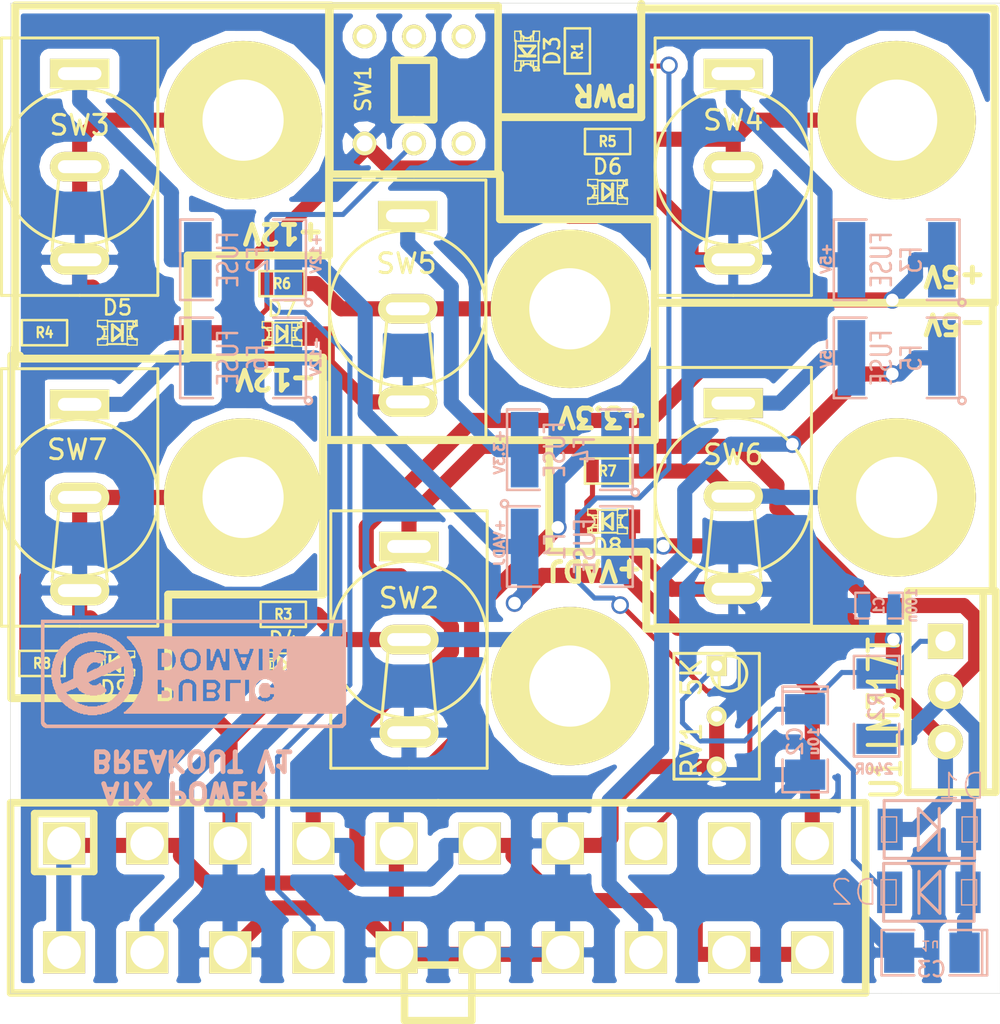
<source format=kicad_pcb>
(kicad_pcb (version 3) (host pcbnew "(2013-may-18)-stable")
  (layers (15 F.Cu signal) (0 B.Cu signal) (18 B.Paste user) (19 F.Paste user) (20 B.SilkS user) (21 F.SilkS user) (22 B.Mask user) (23 F.Mask user) (28 Edge.Cuts user))
  (net 0 "")
  (net 1 +12V)
  (net 2 +12VF)
  (net 3 +3.3V)
  (net 4 +3.3VF)
  (net 5 +5V)
  (net 6 +5VF)
  (net 7 +VADJF)
  (net 8 +VADJ_IN)
  (net 9 -12V)
  (net 10 -12VF)
  (net 11 -5V)
  (net 12 -5VF)
  (net 13 GND)
  (net 14 N-000001)
  (net 15 N-0000012)
  (net 16 N-0000013)
  (net 17 N-0000014)
  (net 18 N-0000018)
  (net 19 N-000002)
  (net 20 N-0000024)
  (net 21 N-000003)
  (net 22 N-000004)
  (net 23 N-000005)
  (net 24 N-000006)
  (net 25 N-000007)
  (net 26 N-000008)
  (net 27 N-000009)
  (net 28 PWR_GOOD)
  (net 29 PWR_ON)
  (module SW_SPDT_VERTICAL_PANEL (layer F.Cu) (at 56.515 28.2575 270)
    (fp_text reference SW4 (at -2.3495 0 360) (layer F.SilkS))
    (fp_text value SWITCH_INV hide)
    (pad 2 thru_hole oval (at 0 0 270) (size 1.5 3) (drill oval 0.65 2.2) (layers *.Cu *.Mask F.SilkS) (net 24 N-000006))
    (pad 3 thru_hole oval (at 4.7 0 270) (size 1.5 3) (drill oval 0.65 2.2) (layers *.Cu *.Mask F.SilkS) (net 13 GND))
    (pad 1 thru_hole rect (at -4.7 0 270) (size 1.5 3) (drill oval 0.65 2.2) (layers *.Cu *.Mask F.SilkS) (net 6 +5VF))
  )
  (module SW_SPDT_VERTICAL_PANEL (layer F.Cu) (at 23.495 44.958 270)
    (fp_text reference SW7 (at -2.413 0.127 360) (layer F.SilkS))
    (fp_text value SWITCH_INV hide)
    (pad 2 thru_hole oval (at 0 0 270) (size 1.5 3) (drill oval 0.65 2.2) (layers *.Cu *.Mask F.SilkS) (net 17 N-0000014))
    (pad 3 thru_hole oval (at 4.7 0 270) (size 1.5 3) (drill oval 0.65 2.2) (layers *.Cu *.Mask F.SilkS) (net 13 GND))
    (pad 1 thru_hole rect (at -4.7 0 270) (size 1.5 3) (drill oval 0.65 2.2) (layers *.Cu *.Mask F.SilkS) (net 10 -12VF))
  )
  (module SW_SPDT_VERTICAL_PANEL (layer F.Cu) (at 56.515 44.8945 270)
    (fp_text reference SW6 (at -2.0955 0 360) (layer F.SilkS))
    (fp_text value SWITCH_INV hide)
    (pad 2 thru_hole oval (at 0 0 270) (size 1.5 3) (drill oval 0.65 2.2) (layers *.Cu *.Mask F.SilkS) (net 19 N-000002))
    (pad 3 thru_hole oval (at 4.7 0 270) (size 1.5 3) (drill oval 0.65 2.2) (layers *.Cu *.Mask F.SilkS) (net 13 GND))
    (pad 1 thru_hole rect (at -4.7 0 270) (size 1.5 3) (drill oval 0.65 2.2) (layers *.Cu *.Mask F.SilkS) (net 12 -5VF))
  )
  (module SW_SPDT_VERTICAL_PANEL (layer F.Cu) (at 40.132 52.1335 270)
    (fp_text reference SW2 (at -2.0955 0 360) (layer F.SilkS))
    (fp_text value SWITCH_INV hide)
    (pad 2 thru_hole oval (at 0 0 270) (size 1.5 3) (drill oval 0.65 2.2) (layers *.Cu *.Mask F.SilkS) (net 15 N-0000012))
    (pad 3 thru_hole oval (at 4.7 0 270) (size 1.5 3) (drill oval 0.65 2.2) (layers *.Cu *.Mask F.SilkS) (net 13 GND))
    (pad 1 thru_hole rect (at -4.7 0 270) (size 1.5 3) (drill oval 0.65 2.2) (layers *.Cu *.Mask F.SilkS) (net 7 +VADJF))
  )
  (module SW_SPDT_VERTICAL_PANEL (layer F.Cu) (at 40.0685 35.433 270)
    (fp_text reference SW5 (at -2.286 0.0635 360) (layer F.SilkS))
    (fp_text value SWITCH_INV hide)
    (pad 2 thru_hole oval (at 0 0 270) (size 1.5 3) (drill oval 0.65 2.2) (layers *.Cu *.Mask F.SilkS) (net 22 N-000004))
    (pad 3 thru_hole oval (at 4.7 0 270) (size 1.5 3) (drill oval 0.65 2.2) (layers *.Cu *.Mask F.SilkS) (net 13 GND))
    (pad 1 thru_hole rect (at -4.7 0 270) (size 1.5 3) (drill oval 0.65 2.2) (layers *.Cu *.Mask F.SilkS) (net 4 +3.3VF))
  )
  (module SW_SPDT_VERTICAL_PANEL (layer F.Cu) (at 23.495 28.2575 270)
    (fp_text reference SW3 (at -2.0955 0 360) (layer F.SilkS))
    (fp_text value SWITCH_INV hide)
    (pad 2 thru_hole oval (at 0 0 270) (size 1.5 3) (drill oval 0.65 2.2) (layers *.Cu *.Mask F.SilkS) (net 26 N-000008))
    (pad 3 thru_hole oval (at 4.7 0 270) (size 1.5 3) (drill oval 0.65 2.2) (layers *.Cu *.Mask F.SilkS) (net 13 GND))
    (pad 1 thru_hole rect (at -4.7 0 270) (size 1.5 3) (drill oval 0.65 2.2) (layers *.Cu *.Mask F.SilkS) (net 2 +12VF))
  )
  (module SM1812 (layer B.Cu) (at 48.26 47.4345)
    (fp_text reference F1 (at -0.74676 0 270) (layer B.SilkS) (effects (font (size 1.016 0.762) (thickness 0.127)) (justify mirror)))
    (fp_text value FUSE (at 0.762 0 270) (layer B.SilkS) (effects (font (size 1.016 0.762) (thickness 0.127)) (justify mirror)))
    (pad 1 smd rect (at -2.286 0) (size 1.397 3.81) (layers B.Cu B.Paste B.Mask) (net 1 +12V))
    (pad 2 smd rect (at 2.286 0) (size 1.397 3.81) (layers B.Cu B.Paste B.Mask) (net 8 +VADJ_IN))
  )
  (module SM1812 (layer B.Cu) (at 31.75 37.9095 180)
    (fp_text reference F6 (at -0.74676 0 270) (layer B.SilkS) (effects (font (size 1.016 0.762) (thickness 0.127)) (justify mirror)))
    (fp_text value FUSE (at 0.762 0 450) (layer B.SilkS) (effects (font (size 1.016 0.762) (thickness 0.127)) (justify mirror)))
    (pad 1 smd rect (at -2.286 0 180) (size 1.397 3.81) (layers B.Cu B.Paste B.Mask) (net 9 -12V))
    (pad 2 smd rect (at 2.286 0 180) (size 1.397 3.81) (layers B.Cu B.Paste B.Mask) (net 10 -12VF))
  )
  (module SM1812 (layer B.Cu) (at 64.77 37.9095 180)
    (fp_text reference F5 (at -0.74676 0 270) (layer B.SilkS) (effects (font (size 1.016 0.762) (thickness 0.127)) (justify mirror)))
    (fp_text value FUSE (at 0.762 0 450) (layer B.SilkS) (effects (font (size 1.016 0.762) (thickness 0.127)) (justify mirror)))
    (pad 1 smd rect (at -2.286 0 180) (size 1.397 3.81) (layers B.Cu B.Paste B.Mask) (net 11 -5V))
    (pad 2 smd rect (at 2.286 0 180) (size 1.397 3.81) (layers B.Cu B.Paste B.Mask) (net 12 -5VF))
  )
  (module SM1812 (layer B.Cu) (at 48.26 42.545 180)
    (fp_text reference F4 (at -0.74676 0 450) (layer B.SilkS) (effects (font (size 1.016 0.762) (thickness 0.127)) (justify mirror)))
    (fp_text value FUSE (at 0.762 0 450) (layer B.SilkS) (effects (font (size 1.016 0.762) (thickness 0.127)) (justify mirror)))
    (pad 1 smd rect (at -2.286 0 180) (size 1.397 3.81) (layers B.Cu B.Paste B.Mask) (net 3 +3.3V))
    (pad 2 smd rect (at 2.286 0 180) (size 1.397 3.81) (layers B.Cu B.Paste B.Mask) (net 4 +3.3VF))
  )
  (module SM1812 (layer B.Cu) (at 64.77 32.9565 180)
    (fp_text reference F3 (at -0.74676 0 450) (layer B.SilkS) (effects (font (size 1.016 0.762) (thickness 0.127)) (justify mirror)))
    (fp_text value FUSE (at 0.762 0 450) (layer B.SilkS) (effects (font (size 1.016 0.762) (thickness 0.127)) (justify mirror)))
    (pad 1 smd rect (at -2.286 0 180) (size 1.397 3.81) (layers B.Cu B.Paste B.Mask) (net 5 +5V))
    (pad 2 smd rect (at 2.286 0 180) (size 1.397 3.81) (layers B.Cu B.Paste B.Mask) (net 6 +5VF))
  )
  (module SM1812 (layer B.Cu) (at 31.75 32.9565 180)
    (fp_text reference F2 (at -0.74676 0 450) (layer B.SilkS) (effects (font (size 1.016 0.762) (thickness 0.127)) (justify mirror)))
    (fp_text value FUSE (at 0.762 0 450) (layer B.SilkS) (effects (font (size 1.016 0.762) (thickness 0.127)) (justify mirror)))
    (pad 1 smd rect (at -2.286 0 180) (size 1.397 3.81) (layers B.Cu B.Paste B.Mask) (net 1 +12V))
    (pad 2 smd rect (at 2.286 0 180) (size 1.397 3.81) (layers B.Cu B.Paste B.Mask) (net 2 +12VF))
  )
  (module SM1206POL (layer B.Cu) (at 60.1472 57.3024 270)
    (fp_text reference C2 (at -0.0254 0.508 270) (layer B.SilkS) (effects (font (size 0.762 0.762) (thickness 0.127)) (justify mirror)))
    (fp_text value 10u hide)
    (pad 1 smd rect (at -1.651 0 270) (size 1.524 2.032) (layers B.Cu B.Paste B.Mask) (net 20 N-0000024))
    (pad 2 smd rect (at 1.651 0 270) (size 1.524 2.032) (layers B.Cu B.Paste B.Mask) (net 13 GND))
  )
  (module SM0603 (layer F.Cu) (at 33.782 50.8635 180)
    (fp_text reference R3 (at 0 0 180) (layer F.SilkS) (effects (font (size 0.508 0.4572) (thickness 0.1143))))
    (fp_text value 2K2 hide)
    (pad 1 smd rect (at -0.762 0 180) (size 0.635 1.143) (layers F.Cu F.Paste F.Mask) (net 15 N-0000012))
    (pad 2 smd rect (at 0.762 0 180) (size 0.635 1.143) (layers F.Cu F.Paste F.Mask) (net 27 N-000009))
  )
  (module SM0603 (layer F.Cu) (at 21.59 53.34)
    (fp_text reference R8 (at 0 0) (layer F.SilkS) (effects (font (size 0.508 0.4572) (thickness 0.1143))))
    (fp_text value 2K2 hide)
    (pad 1 smd rect (at -0.762 0) (size 0.635 1.143) (layers F.Cu F.Paste F.Mask) (net 17 N-0000014))
    (pad 2 smd rect (at 0.762 0) (size 0.635 1.143) (layers F.Cu F.Paste F.Mask) (net 16 N-0000013))
  )
  (module SM0603 (layer F.Cu) (at 50.165 43.6245 180)
    (fp_text reference R7 (at 0 0 180) (layer F.SilkS) (effects (font (size 0.508 0.4572) (thickness 0.1143))))
    (fp_text value 2K2 hide)
    (pad 1 smd rect (at -0.762 0 180) (size 0.635 1.143) (layers F.Cu F.Paste F.Mask) (net 19 N-000002))
    (pad 2 smd rect (at 0.762 0 180) (size 0.635 1.143) (layers F.Cu F.Paste F.Mask) (net 14 N-000001))
  )
  (module SM0603 (layer F.Cu) (at 48.641 22.4155 90)
    (fp_text reference R1 (at 0 0 90) (layer F.SilkS) (effects (font (size 0.508 0.4572) (thickness 0.1143))))
    (fp_text value 2K2 hide)
    (pad 1 smd rect (at -0.762 0 90) (size 0.635 1.143) (layers F.Cu F.Paste F.Mask) (net 28 PWR_GOOD))
    (pad 2 smd rect (at 0.762 0 90) (size 0.635 1.143) (layers F.Cu F.Paste F.Mask) (net 18 N-0000018))
  )
  (module SM0603 (layer F.Cu) (at 33.7185 34.163 180)
    (fp_text reference R6 (at 0 0 180) (layer F.SilkS) (effects (font (size 0.508 0.4572) (thickness 0.1143))))
    (fp_text value 2K2 hide)
    (pad 1 smd rect (at -0.762 0 180) (size 0.635 1.143) (layers F.Cu F.Paste F.Mask) (net 22 N-000004))
    (pad 2 smd rect (at 0.762 0 180) (size 0.635 1.143) (layers F.Cu F.Paste F.Mask) (net 21 N-000003))
  )
  (module SM0603 (layer F.Cu) (at 50.165 26.9875 180)
    (fp_text reference R5 (at 0 0 180) (layer F.SilkS) (effects (font (size 0.508 0.4572) (thickness 0.1143))))
    (fp_text value 2K2 hide)
    (pad 1 smd rect (at -0.762 0 180) (size 0.635 1.143) (layers F.Cu F.Paste F.Mask) (net 24 N-000006))
    (pad 2 smd rect (at 0.762 0 180) (size 0.635 1.143) (layers F.Cu F.Paste F.Mask) (net 23 N-000005))
  )
  (module SM0603 (layer F.Cu) (at 21.717 36.6395)
    (fp_text reference R4 (at 0 0) (layer F.SilkS) (effects (font (size 0.508 0.4572) (thickness 0.1143))))
    (fp_text value 2K2 hide)
    (pad 1 smd rect (at -0.762 0) (size 0.635 1.143) (layers F.Cu F.Paste F.Mask) (net 26 N-000008))
    (pad 2 smd rect (at 0.762 0) (size 0.635 1.143) (layers F.Cu F.Paste F.Mask) (net 25 N-000007))
  )
  (module BOURNS_3266Y (layer F.Cu) (at 55.6768 56.007 270)
    (fp_text reference RV1 (at 1.7145 1.27 270) (layer F.SilkS))
    (fp_text value 5K (at -1.9685 1.27 270) (layer F.SilkS))
    (pad 2 thru_hole circle (at 0 0 270) (size 1.016 1.016) (drill 0.5588) (layers *.Cu *.Mask F.SilkS) (net 13 GND))
    (pad 3 thru_hole circle (at 2.54 0 270) (size 1.016 1.016) (drill 0.5588) (layers *.Cu *.Mask F.SilkS) (net 13 GND))
    (pad 1 thru_hole rect (at -2.54 0 270) (size 1.016 1.016) (drill 0.5588) (layers *.Cu *.Mask F.SilkS) (net 20 N-0000024))
  )
  (module SM1206POL (layer B.Cu) (at 66.548 67.945 180)
    (fp_text reference C3 (at 0.0254 -0.8382 180) (layer B.SilkS) (effects (font (size 0.762 0.762) (thickness 0.127)) (justify mirror)))
    (fp_text value 1u hide)
    (pad 1 smd rect (at -1.651 0 180) (size 1.524 2.032) (layers B.Cu B.Paste B.Mask) (net 7 +VADJF))
    (pad 2 smd rect (at 1.651 0 180) (size 1.524 2.032) (layers B.Cu B.Paste B.Mask) (net 13 GND))
  )
  (module SM0603_Capa (layer B.Cu) (at 63.881 50.419 180)
    (fp_text reference C1 (at 0 0 450) (layer B.SilkS) (effects (font (size 0.508 0.4572) (thickness 0.1143)) (justify mirror)))
    (fp_text value 100n (at -1.651 0 450) (layer B.SilkS) (effects (font (size 0.508 0.4572) (thickness 0.1143)) (justify mirror)))
    (pad 1 smd rect (at -0.762 0 180) (size 0.635 1.143) (layers B.Cu B.Paste B.Mask) (net 8 +VADJ_IN))
    (pad 2 smd rect (at 0.762 0 180) (size 0.635 1.143) (layers B.Cu B.Paste B.Mask) (net 13 GND))
  )
  (module SW_PUSH_LATCH_TL-2201 (layer F.Cu) (at 40.386 24.384 180)
    (fp_text reference SW1 (at 2.5654 0.0508 270) (layer F.SilkS) (effects (font (size 0.762 0.762) (thickness 0.127))))
    (fp_text value SWITCH_INV hide)
    (pad 1 thru_hole circle (at -2.49936 -2.70002 180) (size 1.19888 1.19888) (drill 0.8001) (layers *.Cu *.Mask F.SilkS))
    (pad 2 thru_hole circle (at 0 -2.70002 180) (size 1.19888 1.19888) (drill 0.8001) (layers *.Cu *.Mask F.SilkS) (net 29 PWR_ON))
    (pad 3 thru_hole circle (at 2.49936 -2.70002 180) (size 1.19888 1.19888) (drill 0.8001) (layers *.Cu *.Mask F.SilkS) (net 13 GND))
    (pad 6 thru_hole circle (at 2.49936 2.70002 180) (size 1.19888 1.19888) (drill 0.8001) (layers *.Cu *.Mask F.SilkS))
    (pad 5 thru_hole circle (at 0 2.70002 180) (size 1.19888 1.19888) (drill 0.8001) (layers *.Cu *.Mask F.SilkS))
    (pad 4 thru_hole circle (at -2.49936 2.70002 180) (size 1.19888 1.19888) (drill 0.8001) (layers *.Cu *.Mask F.SilkS))
  )
  (module LED-0805 (layer F.Cu) (at 50.165 46.1645 180)
    (fp_text reference D8 (at 0 -1.27 180) (layer F.SilkS) (effects (font (size 0.762 0.762) (thickness 0.127))))
    (fp_text value LED hide)
    (pad 1 smd rect (at -1.04902 0 180) (size 1.19888 1.19888) (layers F.Cu F.Paste F.Mask) (net 13 GND))
    (pad 2 smd rect (at 1.04902 0 180) (size 1.19888 1.19888) (layers F.Cu F.Paste F.Mask) (net 14 N-000001))
  )
  (module LED-0805 (layer F.Cu) (at 46.101 22.4155 270)
    (fp_text reference D3 (at 0 -1.27 270) (layer F.SilkS) (effects (font (size 0.762 0.762) (thickness 0.127))))
    (fp_text value LED hide)
    (pad 1 smd rect (at -1.04902 0 270) (size 1.19888 1.19888) (layers F.Cu F.Paste F.Mask) (net 18 N-0000018))
    (pad 2 smd rect (at 1.04902 0 270) (size 1.19888 1.19888) (layers F.Cu F.Paste F.Mask) (net 13 GND))
  )
  (module LED-0805 (layer F.Cu) (at 25.273 53.34 180)
    (fp_text reference D9 (at 0 -1.27 180) (layer F.SilkS) (effects (font (size 0.762 0.762) (thickness 0.127))))
    (fp_text value LED hide)
    (pad 1 smd rect (at -1.04902 0 180) (size 1.19888 1.19888) (layers F.Cu F.Paste F.Mask) (net 13 GND))
    (pad 2 smd rect (at 1.04902 0 180) (size 1.19888 1.19888) (layers F.Cu F.Paste F.Mask) (net 16 N-0000013))
  )
  (module LED-0805 (layer F.Cu) (at 33.7185 36.703)
    (fp_text reference D7 (at 0 -1.27) (layer F.SilkS) (effects (font (size 0.762 0.762) (thickness 0.127))))
    (fp_text value LED hide)
    (pad 1 smd rect (at -1.04902 0) (size 1.19888 1.19888) (layers F.Cu F.Paste F.Mask) (net 21 N-000003))
    (pad 2 smd rect (at 1.04902 0) (size 1.19888 1.19888) (layers F.Cu F.Paste F.Mask) (net 13 GND))
  )
  (module LED-0805 (layer F.Cu) (at 50.165 29.5275)
    (fp_text reference D6 (at 0 -1.27) (layer F.SilkS) (effects (font (size 0.762 0.762) (thickness 0.127))))
    (fp_text value LED hide)
    (pad 1 smd rect (at -1.04902 0) (size 1.19888 1.19888) (layers F.Cu F.Paste F.Mask) (net 23 N-000005))
    (pad 2 smd rect (at 1.04902 0) (size 1.19888 1.19888) (layers F.Cu F.Paste F.Mask) (net 13 GND))
  )
  (module LED-0805 (layer F.Cu) (at 25.4 36.6395)
    (fp_text reference D5 (at 0 -1.27) (layer F.SilkS) (effects (font (size 0.762 0.762) (thickness 0.127))))
    (fp_text value LED hide)
    (pad 1 smd rect (at -1.04902 0) (size 1.19888 1.19888) (layers F.Cu F.Paste F.Mask) (net 25 N-000007))
    (pad 2 smd rect (at 1.04902 0) (size 1.19888 1.19888) (layers F.Cu F.Paste F.Mask) (net 13 GND))
  )
  (module LED-0805 (layer F.Cu) (at 33.782 53.4035)
    (fp_text reference D4 (at 0 -1.27) (layer F.SilkS) (effects (font (size 0.762 0.762) (thickness 0.127))))
    (fp_text value LED hide)
    (pad 1 smd rect (at -1.04902 0) (size 1.19888 1.19888) (layers F.Cu F.Paste F.Mask) (net 27 N-000009))
    (pad 2 smd rect (at 1.04902 0) (size 1.19888 1.19888) (layers F.Cu F.Paste F.Mask) (net 13 GND))
  )
  (module PAD_ROUND_4.1MM (layer F.Cu) (at 31.75 44.958)
    (fp_text reference P7 hide)
    (fp_text value CONN_1 hide)
    (pad 1 thru_hole circle (at 0 0) (size 7.99846 7.99846) (drill 4.09956) (layers *.Cu *.Mask F.Paste F.SilkS) (net 17 N-0000014))
  )
  (module PAD_ROUND_4.1MM (layer F.Cu) (at 31.75 25.908)
    (fp_text reference P3 hide)
    (fp_text value CONN_1 hide)
    (pad 1 thru_hole circle (at 0 0) (size 7.99846 7.99846) (drill 4.09956) (layers *.Cu *.Mask F.Paste F.SilkS) (net 26 N-000008))
  )
  (module PAD_ROUND_4.1MM (layer F.Cu) (at 64.77 25.908)
    (fp_text reference P4 hide)
    (fp_text value CONN_1 hide)
    (pad 1 thru_hole circle (at 0 0) (size 7.99846 7.99846) (drill 4.09956) (layers *.Cu *.Mask F.Paste F.SilkS) (net 24 N-000006))
  )
  (module PAD_ROUND_4.1MM (layer F.Cu) (at 48.26 35.433)
    (fp_text reference P5 hide)
    (fp_text value CONN_1 hide)
    (pad 1 thru_hole circle (at 0 0) (size 7.99846 7.99846) (drill 4.09956) (layers *.Cu *.Mask F.Paste F.SilkS) (net 22 N-000004))
  )
  (module PAD_ROUND_4.1MM (layer F.Cu) (at 48.26 54.483)
    (fp_text reference P2 hide)
    (fp_text value CONN_1 hide)
    (pad 1 thru_hole circle (at 0 0) (size 7.99846 7.99846) (drill 4.09956) (layers *.Cu *.Mask F.Paste F.SilkS) (net 15 N-0000012))
  )
  (module PAD_ROUND_4.1MM (layer F.Cu) (at 64.77 44.958)
    (fp_text reference P6 hide)
    (fp_text value CONN_1 hide)
    (pad 1 thru_hole circle (at 0 0) (size 7.99846 7.99846) (drill 4.09956) (layers *.Cu *.Mask F.Paste F.SilkS) (net 19 N-000002))
  )
  (module dp_devices-DO-214AC (layer B.Cu) (at 66.421 61.722 180)
    (fp_text reference D1 (at -1.6256 2.1844 180) (layer B.SilkS) (effects (font (size 1.27 1.27) (thickness 0.0889)) (justify mirror)))
    (fp_text value 1N4002 hide)
    (pad 1 smd rect (at -1.97866 0 180) (size 1.27 2.09804) (layers B.Cu B.Paste B.Mask) (net 7 +VADJF))
    (pad 2 smd rect (at 1.97866 0 180) (size 1.27 2.09804) (layers B.Cu B.Paste B.Mask) (net 8 +VADJ_IN))
  )
  (module dp_devices-DO-214AC (layer B.Cu) (at 66.3956 64.897)
    (fp_text reference D2 (at -3.7846 0) (layer B.SilkS) (effects (font (size 1.27 1.27) (thickness 0.0889)) (justify mirror)))
    (fp_text value 1N4002 hide)
    (pad 1 smd rect (at -1.97866 0) (size 1.27 2.09804) (layers B.Cu B.Paste B.Mask) (net 20 N-0000024))
    (pad 2 smd rect (at 1.97866 0) (size 1.27 2.09804) (layers B.Cu B.Paste B.Mask) (net 7 +VADJF))
  )
  (module TO220_123_VERT (layer F.Cu) (at 67.2338 54.7624)
    (fp_text reference U1 (at -2.9718 4.4196 90) (layer F.SilkS) (effects (font (size 1.524 1.016) (thickness 0.2032))))
    (fp_text value LM317T (at -3.0988 0.1016 90) (layer F.SilkS) (effects (font (size 1.524 1.016) (thickness 0.2032))))
    (pad 1 thru_hole rect (at 0 -2.54) (size 1.778 1.778) (drill 1.016) (layers *.Cu *.Mask F.SilkS) (net 20 N-0000024))
    (pad 2 thru_hole circle (at 0 0) (size 1.778 1.778) (drill 1.016) (layers *.Cu *.Mask F.SilkS) (net 7 +VADJF))
    (pad 3 thru_hole circle (at 0 2.54) (size 1.778 1.778) (drill 1.016) (layers *.Cu *.Mask F.SilkS) (net 8 +VADJ_IN))
  )
  (module SM1206 (layer B.Cu) (at 63.754 55.499 90)
    (fp_text reference R2 (at 0 0 90) (layer B.SilkS) (effects (font (size 0.762 0.762) (thickness 0.127)) (justify mirror)))
    (fp_text value 240 hide)
    (pad 1 smd rect (at -1.651 0 90) (size 1.524 2.032) (layers B.Cu B.Paste B.Mask) (net 7 +VADJF))
    (pad 2 smd rect (at 1.651 0 90) (size 1.524 2.032) (layers B.Cu B.Paste B.Mask) (net 20 N-0000024))
  )
  (module CONN_ATX_10X2 (layer F.Cu) (at 41.6052 65.1764)
    (fp_text reference P1 hide)
    (fp_text value CONN_10X2 hide)
    (pad 1 thru_hole rect (at -18.90014 -2.75082 180) (size 2.12598 2.12598) (drill 1.69926) (layers *.Cu *.Mask F.SilkS) (net 3 +3.3V))
    (pad 2 thru_hole rect (at -18.90014 2.75082 180) (size 2.12598 2.12598) (drill 1.69926) (layers *.Cu *.Mask F.SilkS) (net 3 +3.3V))
    (pad 3 thru_hole rect (at -14.69898 -2.75082 180) (size 2.12598 2.12598) (drill 1.69926) (layers *.Cu *.Mask F.SilkS) (net 3 +3.3V))
    (pad 4 thru_hole rect (at -14.69898 2.75082 180) (size 2.12598 2.12598) (drill 1.69926) (layers *.Cu *.Mask F.SilkS) (net 9 -12V))
    (pad 5 thru_hole rect (at -10.50036 -2.75082 180) (size 2.12598 2.12598) (drill 1.69926) (layers *.Cu *.Mask F.SilkS) (net 13 GND))
    (pad 6 thru_hole rect (at -10.50036 2.75082 180) (size 2.12598 2.12598) (drill 1.69926) (layers *.Cu *.Mask F.SilkS) (net 13 GND))
    (pad 7 thru_hole rect (at -6.2992 -2.75082 180) (size 2.12598 2.12598) (drill 1.69926) (layers *.Cu *.Mask F.SilkS) (net 5 +5V))
    (pad 8 thru_hole rect (at -6.2992 2.75082 180) (size 2.12598 2.12598) (drill 1.69926) (layers *.Cu *.Mask F.SilkS) (net 29 PWR_ON))
    (pad 9 thru_hole rect (at -2.10058 -2.75082 180) (size 2.12598 2.12598) (drill 1.69926) (layers *.Cu *.Mask F.SilkS) (net 13 GND))
    (pad 10 thru_hole rect (at -2.10058 2.75082 180) (size 2.12598 2.12598) (drill 1.69926) (layers *.Cu *.Mask F.SilkS) (net 13 GND))
    (pad 11 thru_hole rect (at 2.10058 -2.75082 180) (size 2.12598 2.12598) (drill 1.69926) (layers *.Cu *.Mask F.SilkS) (net 5 +5V))
    (pad 12 thru_hole rect (at 2.10058 2.75082 180) (size 2.12598 2.12598) (drill 1.69926) (layers *.Cu *.Mask F.SilkS) (net 13 GND))
    (pad 13 thru_hole rect (at 6.2992 -2.75082 180) (size 2.12598 2.12598) (drill 1.69926) (layers *.Cu *.Mask F.SilkS) (net 13 GND))
    (pad 14 thru_hole rect (at 6.2992 2.75082 180) (size 2.12598 2.12598) (drill 1.69926) (layers *.Cu *.Mask F.SilkS) (net 13 GND))
    (pad 15 thru_hole rect (at 10.50036 -2.75082 180) (size 2.12598 2.12598) (drill 1.69926) (layers *.Cu *.Mask F.SilkS) (net 28 PWR_GOOD))
    (pad 16 thru_hole rect (at 10.50036 2.75082 180) (size 2.12598 2.12598) (drill 1.69926) (layers *.Cu *.Mask F.SilkS) (net 11 -5V))
    (pad 17 thru_hole rect (at 14.69898 -2.75082 180) (size 2.12598 2.12598) (drill 1.69926) (layers *.Cu *.Mask F.SilkS))
    (pad 18 thru_hole rect (at 14.69898 2.75082 180) (size 2.12598 2.12598) (drill 1.69926) (layers *.Cu *.Mask F.SilkS) (net 5 +5V))
    (pad 19 thru_hole rect (at 18.90014 -2.75082 180) (size 2.12598 2.12598) (drill 1.69926) (layers *.Cu *.Mask F.SilkS) (net 1 +12V))
    (pad 20 thru_hole rect (at 18.90014 2.75082 180) (size 2.12598 2.12598) (drill 1.69926) (layers *.Cu *.Mask F.SilkS) (net 5 +5V))
  )
  (module dp_devices-LOGO_CC-0 (layer B.Cu) (at 21.59 51.181)
    (fp_text reference "" (at 0 0) (layer B.SilkS) (effects (font (size 1.524 1.524)) (justify mirror)))
    (fp_text value "" (at 0 0) (layer B.SilkS) (effects (font (size 1.524 1.524)) (justify mirror)))
  )
  (gr_text "ATX POWER \nBREAKOUT V1\n" (at 29.21 59.055 180) (layer B.SilkS) (effects (font (size 1 1) (thickness 0.25)) (justify mirror)))
  (gr_text 240R (at 63.627 58.674) (layer B.SilkS) (effects (font (size 0.5 0.5) (thickness 0.125)) (justify mirror)))
  (gr_text 10u (at 60.579 57.277 90) (layer B.SilkS) (effects (font (size 0.5 0.5) (thickness 0.125)) (justify mirror)))
  (gr_text 1u (at 66.4718 67.5894 180) (layer B.SilkS) (effects (font (size 0.5 0.5) (thickness 0.075)) (justify mirror)))
  (gr_line (start 69.6214 49.6824) (end 69.6214 35.179) (angle 90) (layer F.SilkS) (width 0.4))
  (gr_line (start 52.1208 51.5874) (end 65.278 51.5874) (angle 90) (layer F.SilkS) (width 0.4))
  (gr_line (start 52.1208 47.7012) (end 52.1208 51.5874) (angle 90) (layer F.SilkS) (width 0.4))
  (gr_line (start 47.2186 47.7012) (end 52.1208 47.7012) (angle 90) (layer F.SilkS) (width 0.4))
  (gr_line (start 47.2186 42.037) (end 47.2186 47.7012) (angle 90) (layer F.SilkS) (width 0.4))
  (gr_line (start 69.723 35.1282) (end 52.5526 35.1282) (angle 90) (layer F.SilkS) (width 0.4))
  (gr_line (start 69.723 20.2692) (end 69.723 35.1282) (angle 90) (layer F.SilkS) (width 0.4))
  (gr_line (start 51.816 20.2692) (end 69.723 20.2692) (angle 90) (layer F.SilkS) (width 0.4))
  (gr_line (start 51.8668 25.7556) (end 51.8668 20.0406) (angle 90) (layer F.SilkS) (width 0.4))
  (gr_line (start 44.704 25.7556) (end 51.8668 25.7556) (angle 90) (layer F.SilkS) (width 0.4))
  (gr_line (start 44.7294 30.9118) (end 44.7294 28.6258) (angle 90) (layer F.SilkS) (width 0.4))
  (gr_line (start 52.5526 30.9118) (end 44.7294 30.9118) (angle 90) (layer F.SilkS) (width 0.4))
  (gr_line (start 52.5526 42.0624) (end 52.5526 30.9118) (angle 90) (layer F.SilkS) (width 0.4))
  (gr_line (start 35.8902 42.0624) (end 52.5526 42.0624) (angle 90) (layer F.SilkS) (width 0.4))
  (gr_line (start 20.0406 37.7952) (end 20.4724 37.7952) (angle 90) (layer F.SilkS) (width 0.4))
  (gr_line (start 20.0406 55.0926) (end 20.0406 37.7952) (angle 90) (layer F.SilkS) (width 0.4))
  (gr_line (start 27.9654 55.0926) (end 20.0406 55.0926) (angle 90) (layer F.SilkS) (width 0.4))
  (gr_line (start 27.9654 49.8602) (end 27.9654 55.0926) (angle 90) (layer F.SilkS) (width 0.4))
  (gr_line (start 35.7886 49.8602) (end 27.9654 49.8602) (angle 90) (layer F.SilkS) (width 0.4))
  (gr_line (start 35.7886 37.8968) (end 35.7886 49.8602) (angle 90) (layer F.SilkS) (width 0.4))
  (gr_line (start 28.829 37.8968) (end 35.7886 37.8968) (angle 90) (layer F.SilkS) (width 0.4))
  (gr_line (start 20.193 37.9476) (end 20.193 37.4396) (angle 90) (layer F.SilkS) (width 0.4))
  (gr_line (start 28.956 37.9476) (end 20.193 37.9476) (angle 90) (layer F.SilkS) (width 0.4))
  (gr_line (start 28.956 32.7406) (end 28.956 37.9476) (angle 90) (layer F.SilkS) (width 0.4))
  (gr_line (start 36.0934 32.7406) (end 28.956 32.7406) (angle 90) (layer F.SilkS) (width 0.4))
  (gr_line (start 36.0934 20.1676) (end 36.0934 32.7406) (angle 90) (layer F.SilkS) (width 0.4))
  (gr_line (start 20.2438 20.1168) (end 36.195 20.1168) (angle 90) (layer F.SilkS) (width 0.4))
  (gr_line (start 20.2438 38.2524) (end 20.2438 20.1168) (angle 90) (layer F.SilkS) (width 0.4))
  (gr_line (start 36.0426 23.749) (end 36.0426 22.7076) (angle 90) (layer F.SilkS) (width 0.2))
  (gr_text +VADJ (at 44.704 47.244 90) (layer B.SilkS) (effects (font (size 0.5 0.5) (thickness 0.125)) (justify mirror)))
  (gr_text "+3.3V\n" (at 44.704 42.672 90) (layer B.SilkS) (effects (font (size 0.5 0.5) (thickness 0.125)) (justify mirror)))
  (gr_text "-5V	" (at 61.214 37.846 90) (layer B.SilkS) (effects (font (size 0.5 0.5) (thickness 0.125)) (justify mirror)))
  (gr_text +5V (at 61.214 32.893 90) (layer B.SilkS) (effects (font (size 0.5 0.5) (thickness 0.125)) (justify mirror)))
  (gr_text -12V (at 35.433 37.846 90) (layer B.SilkS) (effects (font (size 0.5 0.5) (thickness 0.125)) (justify mirror)))
  (gr_text +12V (at 35.433 32.639 90) (layer B.SilkS) (effects (font (size 0.5 0.5) (thickness 0.125)) (justify mirror)))
  (gr_text -12V (at 33.401 38.989 180) (layer F.SilkS) (effects (font (size 1 1) (thickness 0.25))))
  (gr_text +12V (at 33.782 31.623 180) (layer F.SilkS) (effects (font (size 1 1) (thickness 0.25))))
  (gr_text -5V (at 67.691 36.195 180) (layer F.SilkS) (effects (font (size 1 1) (thickness 0.25))))
  (gr_text "+5V\n" (at 67.691 33.782 180) (layer F.SilkS) (effects (font (size 1 1) (thickness 0.25))))
  (gr_text "+VADJ\n" (at 49.53 48.641 180) (layer F.SilkS) (effects (font (size 1 1) (thickness 0.25))))
  (gr_text "+3.3V\n" (at 49.911 40.894 180) (layer F.SilkS) (effects (font (size 1 1) (thickness 0.25))))
  (gr_text "PWR\n" (at 50.038 24.638 180) (layer F.SilkS) (effects (font (size 1 1) (thickness 0.25))))
  (gr_line (start 70 20) (end 20 20) (angle 90) (layer Edge.Cuts) (width 0.0254))
  (gr_line (start 70 70) (end 70 20) (angle 90) (layer Edge.Cuts) (width 0.0254))
  (gr_line (start 65 70) (end 70 70) (angle 90) (layer Edge.Cuts) (width 0.0254))
  (gr_line (start 20 70) (end 65 70) (angle 90) (layer Edge.Cuts) (width 0.0254))
  (gr_line (start 20 20) (end 20 70) (angle 90) (layer Edge.Cuts) (width 0.0254))
  (segment (start 60.50534 62.42558) (end 60.50534 54.66334) (width 0.762) (layer F.Cu) (net 1))
  (segment (start 45.974 49.784) (end 45.974 47.4345) (width 0.762) (layer B.Cu) (net 1))
  (segment (start 45.466 50.292) (end 45.974 49.784) (width 0.762) (layer B.Cu) (net 1))
  (via (at 45.466 50.292) (size 0.889) (layers F.Cu B.Cu) (net 1))
  (segment (start 46.863 48.895) (end 45.466 50.292) (width 0.762) (layer F.Cu) (net 1))
  (segment (start 51.054 48.895) (end 46.863 48.895) (width 0.762) (layer F.Cu) (net 1))
  (segment (start 53.721 51.562) (end 51.054 48.895) (width 0.762) (layer F.Cu) (net 1))
  (segment (start 57.404 51.562) (end 53.721 51.562) (width 0.762) (layer F.Cu) (net 1))
  (segment (start 60.50534 54.66334) (end 57.404 51.562) (width 0.762) (layer F.Cu) (net 1))
  (segment (start 37.9213 40.7156) (end 44.6402 47.4345) (width 0.762) (layer B.Cu) (net 1))
  (segment (start 37.9213 35.508) (end 37.9213 40.7156) (width 0.762) (layer B.Cu) (net 1))
  (segment (start 35.3698 32.9565) (end 37.9213 35.508) (width 0.762) (layer B.Cu) (net 1))
  (segment (start 34.036 32.9565) (end 35.3698 32.9565) (width 0.762) (layer B.Cu) (net 1))
  (segment (start 45.974 47.4345) (end 44.6402 47.4345) (width 0.762) (layer B.Cu) (net 1))
  (segment (start 28.1302 29.578) (end 23.495 24.9428) (width 0.762) (layer B.Cu) (net 2))
  (segment (start 28.1302 32.9565) (end 28.1302 29.578) (width 0.762) (layer B.Cu) (net 2))
  (segment (start 29.464 32.9565) (end 28.1302 32.9565) (width 0.762) (layer B.Cu) (net 2))
  (segment (start 23.495 23.5575) (end 23.495 24.9428) (width 0.762) (layer B.Cu) (net 2))
  (segment (start 22.6924 62.5272) (end 22.6924 68.0288) (width 0.762) (layer B.Cu) (net 3))
  (via (at 47.6505 46.4648) (size 0.889) (layers F.Cu B.Cu) (net 3))
  (segment (start 47.6505 44.1067) (end 49.2122 42.545) (width 0.762) (layer B.Cu) (net 3))
  (segment (start 47.6505 46.4648) (end 47.6505 44.1067) (width 0.762) (layer B.Cu) (net 3))
  (segment (start 50.546 42.545) (end 49.2122 42.545) (width 0.762) (layer B.Cu) (net 3))
  (segment (start 26.8935 62.5272) (end 22.6924 62.5272) (width 0.762) (layer F.Cu) (net 3))
  (segment (start 43.2955 50.8198) (end 47.6505 46.4648) (width 0.762) (layer F.Cu) (net 3))
  (segment (start 43.2955 56.4306) (end 43.2955 50.8198) (width 0.762) (layer F.Cu) (net 3))
  (segment (start 41.0794 58.6467) (end 43.2955 56.4306) (width 0.762) (layer F.Cu) (net 3))
  (segment (start 39.7818 58.6467) (end 41.0794 58.6467) (width 0.762) (layer F.Cu) (net 3))
  (segment (start 37.4997 60.9288) (end 39.7818 58.6467) (width 0.762) (layer F.Cu) (net 3))
  (segment (start 37.4997 63.9154) (end 37.4997 60.9288) (width 0.762) (layer F.Cu) (net 3))
  (segment (start 36.9863 64.4288) (end 37.4997 63.9154) (width 0.762) (layer F.Cu) (net 3))
  (segment (start 29.9627 64.4288) (end 36.9863 64.4288) (width 0.762) (layer F.Cu) (net 3))
  (segment (start 28.5918 63.0579) (end 29.9627 64.4288) (width 0.762) (layer F.Cu) (net 3))
  (segment (start 28.5918 62.5272) (end 28.5918 63.0579) (width 0.762) (layer F.Cu) (net 3))
  (segment (start 26.8935 62.5272) (end 28.5918 62.5272) (width 0.762) (layer F.Cu) (net 3))
  (segment (start 45.974 42.545) (end 44.6402 42.545) (width 0.762) (layer B.Cu) (net 4))
  (segment (start 40.0685 30.733) (end 40.0685 32.1183) (width 0.762) (layer B.Cu) (net 4))
  (segment (start 42.268 34.3178) (end 40.0685 32.1183) (width 0.762) (layer B.Cu) (net 4))
  (segment (start 42.268 40.1728) (end 42.268 34.3178) (width 0.762) (layer B.Cu) (net 4))
  (segment (start 44.6402 42.545) (end 42.268 40.1728) (width 0.762) (layer B.Cu) (net 4))
  (segment (start 43.6931 62.5272) (end 45.3914 62.5272) (width 0.762) (layer F.Cu) (net 5))
  (segment (start 56.2915 68.0288) (end 54.5932 68.0288) (width 0.762) (layer F.Cu) (net 5))
  (segment (start 54.5932 66.482) (end 54.5932 68.0288) (width 0.762) (layer F.Cu) (net 5))
  (segment (start 53.4254 65.3142) (end 54.5932 66.482) (width 0.762) (layer F.Cu) (net 5))
  (segment (start 47.6476 65.3142) (end 53.4254 65.3142) (width 0.762) (layer F.Cu) (net 5))
  (segment (start 45.3914 63.058) (end 47.6476 65.3142) (width 0.762) (layer F.Cu) (net 5))
  (segment (start 45.3914 62.5272) (end 45.3914 63.058) (width 0.762) (layer F.Cu) (net 5))
  (segment (start 36.9916 63.4644) (end 36.9916 62.5272) (width 0.762) (layer B.Cu) (net 5))
  (segment (start 37.7527 64.2255) (end 36.9916 63.4644) (width 0.762) (layer B.Cu) (net 5))
  (segment (start 41.1828 64.2255) (end 37.7527 64.2255) (width 0.762) (layer B.Cu) (net 5))
  (segment (start 41.9948 63.4135) (end 41.1828 64.2255) (width 0.762) (layer B.Cu) (net 5))
  (segment (start 41.9948 62.5272) (end 41.9948 63.4135) (width 0.762) (layer B.Cu) (net 5))
  (segment (start 43.6931 62.5272) (end 41.9948 62.5272) (width 0.762) (layer B.Cu) (net 5))
  (segment (start 35.2933 62.5272) (end 36.9916 62.5272) (width 0.762) (layer B.Cu) (net 5))
  (segment (start 60.4926 68.0288) (end 56.2915 68.0288) (width 0.762) (layer F.Cu) (net 5))
  (via (at 64.55 34.9851) (size 0.889) (layers F.Cu B.Cu) (net 5))
  (segment (start 65.7222 33.8129) (end 64.55 34.9851) (width 0.762) (layer B.Cu) (net 5))
  (segment (start 65.7222 32.9565) (end 65.7222 33.8129) (width 0.762) (layer B.Cu) (net 5))
  (segment (start 67.056 32.9565) (end 65.7222 32.9565) (width 0.762) (layer B.Cu) (net 5))
  (segment (start 35.2933 58.9363) (end 35.2933 62.5272) (width 0.762) (layer F.Cu) (net 5))
  (segment (start 39.5913 54.6383) (end 35.2933 58.9363) (width 0.762) (layer F.Cu) (net 5))
  (segment (start 40.3726 54.6383) (end 39.5913 54.6383) (width 0.762) (layer F.Cu) (net 5))
  (segment (start 42.2791 52.7318) (end 40.3726 54.6383) (width 0.762) (layer F.Cu) (net 5))
  (segment (start 42.2791 51.4946) (end 42.2791 52.7318) (width 0.762) (layer F.Cu) (net 5))
  (segment (start 39.7004 48.9159) (end 42.2791 51.4946) (width 0.762) (layer F.Cu) (net 5))
  (segment (start 38.466 48.9159) (end 39.7004 48.9159) (width 0.762) (layer F.Cu) (net 5))
  (segment (start 37.9743 48.4242) (end 38.466 48.9159) (width 0.762) (layer F.Cu) (net 5))
  (segment (start 37.9743 46.4372) (end 37.9743 48.4242) (width 0.762) (layer F.Cu) (net 5))
  (segment (start 43.3399 41.0716) (end 37.9743 46.4372) (width 0.762) (layer F.Cu) (net 5))
  (segment (start 52.3139 41.0716) (end 43.3399 41.0716) (width 0.762) (layer F.Cu) (net 5))
  (segment (start 58.4004 34.9851) (end 52.3139 41.0716) (width 0.762) (layer F.Cu) (net 5))
  (segment (start 64.55 34.9851) (end 58.4004 34.9851) (width 0.762) (layer F.Cu) (net 5))
  (segment (start 61.1502 29.578) (end 56.515 24.9428) (width 0.762) (layer B.Cu) (net 6))
  (segment (start 61.1502 32.9565) (end 61.1502 29.578) (width 0.762) (layer B.Cu) (net 6))
  (segment (start 62.484 32.9565) (end 61.1502 32.9565) (width 0.762) (layer B.Cu) (net 6))
  (segment (start 56.515 23.5575) (end 56.515 24.9428) (width 0.762) (layer B.Cu) (net 6))
  (segment (start 68.3743 66.1184) (end 68.199 66.2937) (width 0.762) (layer B.Cu) (net 7))
  (segment (start 68.3743 64.897) (end 68.3743 66.1184) (width 0.762) (layer B.Cu) (net 7))
  (segment (start 68.199 67.945) (end 68.199 66.2937) (width 0.762) (layer B.Cu) (net 7))
  (segment (start 68.3997 63.1873) (end 68.3743 63.2127) (width 0.762) (layer B.Cu) (net 7))
  (segment (start 68.3997 61.722) (end 68.3997 63.1873) (width 0.762) (layer B.Cu) (net 7))
  (segment (start 68.3743 64.897) (end 68.3743 63.2127) (width 0.762) (layer B.Cu) (net 7))
  (segment (start 43.8012 42.379) (end 40.132 46.0482) (width 0.762) (layer F.Cu) (net 7))
  (segment (start 56.7804 42.379) (end 43.8012 42.379) (width 0.762) (layer F.Cu) (net 7))
  (segment (start 58.7203 44.3189) (end 56.7804 42.379) (width 0.762) (layer F.Cu) (net 7))
  (segment (start 58.7203 45.4756) (end 58.7203 44.3189) (width 0.762) (layer F.Cu) (net 7))
  (segment (start 63.6595 50.4148) (end 58.7203 45.4756) (width 0.762) (layer F.Cu) (net 7))
  (segment (start 68.1517 50.4148) (end 63.6595 50.4148) (width 0.762) (layer F.Cu) (net 7))
  (segment (start 68.7582 51.0213) (end 68.1517 50.4148) (width 0.762) (layer F.Cu) (net 7))
  (segment (start 68.7582 53.3744) (end 68.7582 51.0213) (width 0.762) (layer F.Cu) (net 7))
  (segment (start 67.3702 54.7624) (end 68.7582 53.3744) (width 0.762) (layer F.Cu) (net 7))
  (segment (start 67.2338 54.7624) (end 67.3702 54.7624) (width 0.762) (layer F.Cu) (net 7))
  (segment (start 40.132 47.4335) (end 40.132 46.0482) (width 0.762) (layer F.Cu) (net 7))
  (segment (start 63.7794 57.0992) (end 65.4307 57.0992) (width 0.762) (layer B.Cu) (net 7))
  (segment (start 68.3997 61.722) (end 68.3997 60.0377) (width 0.762) (layer B.Cu) (net 7))
  (segment (start 65.4307 56.8323) (end 67.1751 55.0879) (width 0.762) (layer B.Cu) (net 7))
  (segment (start 65.4307 57.0992) (end 65.4307 56.8323) (width 0.762) (layer B.Cu) (net 7))
  (segment (start 67.1751 54.8211) (end 67.1751 55.0879) (width 0.762) (layer B.Cu) (net 7))
  (segment (start 67.2338 54.7624) (end 67.1751 54.8211) (width 0.762) (layer B.Cu) (net 7))
  (segment (start 68.7807 59.6567) (end 68.3997 60.0377) (width 0.762) (layer B.Cu) (net 7))
  (segment (start 68.7807 56.6935) (end 68.7807 59.6567) (width 0.762) (layer B.Cu) (net 7))
  (segment (start 67.1751 55.0879) (end 68.7807 56.6935) (width 0.762) (layer B.Cu) (net 7))
  (via (at 64.6071 52.1287) (size 0.889) (layers F.Cu B.Cu) (net 8))
  (via (at 52.9828 47.4026) (size 0.889) (layers F.Cu B.Cu) (net 8))
  (segment (start 67.2338 60.2008) (end 65.7126 61.722) (width 0.762) (layer B.Cu) (net 8))
  (segment (start 67.2338 57.3024) (end 67.2338 60.2008) (width 0.762) (layer B.Cu) (net 8))
  (segment (start 64.4423 61.722) (end 65.7126 61.722) (width 0.762) (layer B.Cu) (net 8))
  (segment (start 64.643 50.419) (end 64.643 51.6258) (width 0.762) (layer B.Cu) (net 8))
  (segment (start 64.6071 51.6617) (end 64.6071 52.1287) (width 0.762) (layer B.Cu) (net 8))
  (segment (start 64.643 51.6258) (end 64.6071 51.6617) (width 0.762) (layer B.Cu) (net 8))
  (segment (start 51.9117 47.4026) (end 51.8798 47.4345) (width 0.762) (layer B.Cu) (net 8))
  (segment (start 52.9828 47.4026) (end 51.9117 47.4026) (width 0.762) (layer B.Cu) (net 8))
  (segment (start 64.6071 54.6757) (end 64.6071 52.1287) (width 0.762) (layer F.Cu) (net 8))
  (segment (start 67.2338 57.3024) (end 64.6071 54.6757) (width 0.762) (layer F.Cu) (net 8))
  (segment (start 58.6075 47.4026) (end 52.9828 47.4026) (width 0.762) (layer F.Cu) (net 8))
  (segment (start 63.3336 52.1287) (end 58.6075 47.4026) (width 0.762) (layer F.Cu) (net 8))
  (segment (start 64.6071 52.1287) (end 63.3336 52.1287) (width 0.762) (layer F.Cu) (net 8))
  (segment (start 50.546 47.4345) (end 51.8798 47.4345) (width 0.762) (layer B.Cu) (net 8))
  (segment (start 36.3846 38.9243) (end 35.3698 37.9095) (width 0.762) (layer B.Cu) (net 9))
  (segment (start 36.3846 51.7266) (end 36.3846 38.9243) (width 0.762) (layer B.Cu) (net 9))
  (segment (start 28.8966 59.2146) (end 36.3846 51.7266) (width 0.762) (layer B.Cu) (net 9))
  (segment (start 28.8966 64.3274) (end 28.8966 59.2146) (width 0.762) (layer B.Cu) (net 9))
  (segment (start 26.8935 66.3305) (end 28.8966 64.3274) (width 0.762) (layer B.Cu) (net 9))
  (segment (start 26.8935 68.0288) (end 26.8935 66.3305) (width 0.762) (layer B.Cu) (net 9))
  (segment (start 34.036 37.9095) (end 35.3698 37.9095) (width 0.762) (layer B.Cu) (net 9))
  (segment (start 25.7817 40.258) (end 23.495 40.258) (width 0.762) (layer B.Cu) (net 10))
  (segment (start 28.1302 37.9095) (end 25.7817 40.258) (width 0.762) (layer B.Cu) (net 10))
  (segment (start 29.464 37.9095) (end 28.1302 37.9095) (width 0.762) (layer B.Cu) (net 10))
  (via (at 59.5008 42.2692) (size 0.889) (layers F.Cu B.Cu) (net 11))
  (segment (start 52.0929 66.3305) (end 50.2421 64.4797) (width 0.762) (layer B.Cu) (net 11))
  (segment (start 50.2421 64.4797) (end 50.2421 60.2741) (width 0.762) (layer B.Cu) (net 11))
  (segment (start 50.2421 60.2741) (end 52.8962 57.62) (width 0.762) (layer B.Cu) (net 11))
  (segment (start 52.8962 57.62) (end 52.8962 49.0163) (width 0.762) (layer B.Cu) (net 11))
  (segment (start 52.8962 49.0163) (end 54.0626 47.8499) (width 0.762) (layer B.Cu) (net 11))
  (segment (start 54.0626 47.8499) (end 54.0626 44.6038) (width 0.762) (layer B.Cu) (net 11))
  (segment (start 54.0626 44.6038) (end 56.3972 42.2692) (width 0.762) (layer B.Cu) (net 11))
  (segment (start 56.3972 42.2692) (end 59.5008 42.2692) (width 0.762) (layer B.Cu) (net 11))
  (segment (start 52.0929 68.0288) (end 52.0929 66.3305) (width 0.762) (layer B.Cu) (net 11))
  (segment (start 67.056 37.9095) (end 65.7222 37.9095) (width 0.762) (layer B.Cu) (net 11))
  (segment (start 64.55 38.7245) (end 64.9072 38.7245) (width 0.762) (layer B.Cu) (net 11))
  (segment (start 64.9072 38.7245) (end 65.7222 37.9095) (width 0.762) (layer B.Cu) (net 11))
  (segment (start 59.5008 42.2692) (end 63.0455 38.7245) (width 0.762) (layer F.Cu) (net 11))
  (segment (start 63.0455 38.7245) (end 64.55 38.7245) (width 0.762) (layer F.Cu) (net 11))
  (via (at 64.55 38.7245) (size 0.889) (layers F.Cu B.Cu) (net 11))
  (segment (start 58.8652 40.1945) (end 56.515 40.1945) (width 0.762) (layer B.Cu) (net 12))
  (segment (start 61.1502 37.9095) (end 58.8652 40.1945) (width 0.762) (layer B.Cu) (net 12))
  (segment (start 62.484 37.9095) (end 61.1502 37.9095) (width 0.762) (layer B.Cu) (net 12))
  (segment (start 60.1472 58.9534) (end 56.0832 58.9534) (width 0.762) (layer B.Cu) (net 13))
  (segment (start 56.0832 58.9534) (end 55.6768 58.547) (width 0.762) (layer B.Cu) (net 13))
  (segment (start 39.50462 67.92722) (end 39.50462 67.74942) (width 0.762) (layer F.Cu) (net 13))
  (segment (start 33.34766 65.6844) (end 31.10484 67.92722) (width 0.762) (layer F.Cu) (net 13))
  (segment (start 37.4396 65.6844) (end 33.34766 65.6844) (width 0.762) (layer F.Cu) (net 13))
  (segment (start 39.50462 67.74942) (end 37.4396 65.6844) (width 0.762) (layer F.Cu) (net 13))
  (segment (start 64.897 67.945) (end 64.6938 67.945) (width 0.762) (layer B.Cu) (net 13))
  (segment (start 58.4708 60.6298) (end 60.1472 58.9534) (width 0.762) (layer B.Cu) (net 13))
  (segment (start 58.4708 64.4144) (end 58.4708 60.6298) (width 0.762) (layer B.Cu) (net 13))
  (segment (start 58.42 64.4652) (end 58.4708 64.4144) (width 0.762) (layer B.Cu) (net 13))
  (segment (start 61.214 64.4652) (end 58.42 64.4652) (width 0.762) (layer B.Cu) (net 13))
  (segment (start 64.6938 67.945) (end 61.214 64.4652) (width 0.762) (layer B.Cu) (net 13))
  (segment (start 47.8917 62.5272) (end 47.8917 68.0288) (width 0.762) (layer B.Cu) (net 13))
  (segment (start 47.8917 68.0288) (end 43.6931 68.0288) (width 0.762) (layer F.Cu) (net 13))
  (segment (start 43.6931 68.0288) (end 39.4919 68.0288) (width 0.762) (layer F.Cu) (net 13))
  (segment (start 31.0921 68.0288) (end 31.0921 62.5272) (width 0.762) (layer B.Cu) (net 13))
  (segment (start 39.4919 68.0288) (end 39.4919 66.3304) (width 0.762) (layer F.Cu) (net 13))
  (segment (start 39.4919 66.3304) (end 39.4919 62.5272) (width 0.762) (layer F.Cu) (net 13))
  (segment (start 55.6768 56.007) (end 55.8038 56.007) (width 0.762) (layer B.Cu) (net 13))
  (segment (start 57.5056 50.5851) (end 56.515 49.5945) (width 0.762) (layer B.Cu) (net 13))
  (segment (start 57.5056 54.3052) (end 57.5056 50.5851) (width 0.762) (layer B.Cu) (net 13))
  (segment (start 55.8038 56.007) (end 57.5056 54.3052) (width 0.762) (layer B.Cu) (net 13))
  (segment (start 55.6768 58.547) (end 55.6768 56.007) (width 0.762) (layer F.Cu) (net 13))
  (segment (start 47.8917 62.52718) (end 49.94402 62.52718) (width 0.762) (layer F.Cu) (net 13))
  (segment (start 49.94402 62.52718) (end 50.3428 62.1284) (width 0.762) (layer F.Cu) (net 13))
  (segment (start 50.3428 62.1284) (end 50.3428 60.4012) (width 0.762) (layer F.Cu) (net 13))
  (segment (start 50.3428 60.4012) (end 52.197 58.547) (width 0.762) (layer F.Cu) (net 13))
  (segment (start 52.197 58.547) (end 55.6768 58.547) (width 0.762) (layer F.Cu) (net 13))
  (segment (start 39.4919 58.8589) (end 40.132 58.2188) (width 0.762) (layer B.Cu) (net 13))
  (segment (start 39.4919 62.5272) (end 39.4919 58.8589) (width 0.762) (layer B.Cu) (net 13))
  (segment (start 40.132 56.8335) (end 40.132 58.2188) (width 0.762) (layer B.Cu) (net 13))
  (segment (start 34.7675 36.703) (end 36.0022 36.703) (width 0.762) (layer F.Cu) (net 13))
  (segment (start 40.0685 40.133) (end 37.9332 40.133) (width 0.762) (layer F.Cu) (net 13))
  (segment (start 61.3417 49.5945) (end 58.6503 49.5945) (width 0.762) (layer B.Cu) (net 13))
  (segment (start 62.1662 50.419) (end 61.3417 49.5945) (width 0.762) (layer B.Cu) (net 13))
  (segment (start 63.119 50.419) (end 62.1662 50.419) (width 0.762) (layer B.Cu) (net 13))
  (segment (start 56.515 49.5945) (end 56.8329 49.5945) (width 0.762) (layer B.Cu) (net 13))
  (segment (start 56.8329 49.5945) (end 58.6503 49.5945) (width 0.762) (layer B.Cu) (net 13))
  (segment (start 21.3596 36.4782) (end 23.495 34.3428) (width 0.762) (layer B.Cu) (net 13))
  (segment (start 21.3596 46.1373) (end 21.3596 36.4782) (width 0.762) (layer B.Cu) (net 13))
  (segment (start 23.495 48.2727) (end 21.3596 46.1373) (width 0.762) (layer B.Cu) (net 13))
  (segment (start 23.495 49.658) (end 23.495 48.2727) (width 0.762) (layer B.Cu) (net 13))
  (segment (start 23.495 32.9575) (end 23.495 34.3428) (width 0.762) (layer B.Cu) (net 13))
  (segment (start 24.0253 51.0433) (end 26.322 53.34) (width 0.762) (layer F.Cu) (net 13))
  (segment (start 23.495 51.0433) (end 24.0253 51.0433) (width 0.762) (layer F.Cu) (net 13))
  (segment (start 23.495 49.658) (end 23.495 51.0433) (width 0.762) (layer F.Cu) (net 13))
  (segment (start 31.0921 62.5272) (end 31.0921 60.8289) (width 0.762) (layer F.Cu) (net 13))
  (segment (start 26.322 53.34) (end 27.5567 53.34) (width 0.762) (layer F.Cu) (net 13))
  (segment (start 31.2256 57.0089) (end 27.5567 53.34) (width 0.762) (layer F.Cu) (net 13))
  (segment (start 34.831 53.4035) (end 31.2256 57.0089) (width 0.762) (layer F.Cu) (net 13))
  (segment (start 31.0921 57.1424) (end 31.0921 60.8289) (width 0.762) (layer F.Cu) (net 13))
  (segment (start 31.2256 57.0089) (end 31.0921 57.1424) (width 0.762) (layer F.Cu) (net 13))
  (segment (start 23.495 32.9575) (end 23.495 34.3428) (width 0.762) (layer F.Cu) (net 13))
  (segment (start 36.0022 38.202) (end 37.9332 40.133) (width 0.762) (layer F.Cu) (net 13))
  (segment (start 36.0022 36.703) (end 36.0022 38.202) (width 0.762) (layer F.Cu) (net 13))
  (segment (start 56.515 49.5945) (end 54.3797 49.5945) (width 0.762) (layer F.Cu) (net 13))
  (segment (start 51.214 46.1645) (end 51.214 47.3992) (width 0.762) (layer F.Cu) (net 13))
  (segment (start 53.4093 49.5945) (end 54.3797 49.5945) (width 0.762) (layer F.Cu) (net 13))
  (segment (start 51.214 47.3992) (end 53.4093 49.5945) (width 0.762) (layer F.Cu) (net 13))
  (segment (start 46.101 28.324) (end 46.101 23.4645) (width 0.762) (layer F.Cu) (net 13))
  (segment (start 49.9792 30.7623) (end 51.214 29.5275) (width 0.762) (layer F.Cu) (net 13))
  (segment (start 48.2295 30.7623) (end 49.9792 30.7623) (width 0.762) (layer F.Cu) (net 13))
  (segment (start 46.101 28.6338) (end 48.2295 30.7623) (width 0.762) (layer F.Cu) (net 13))
  (segment (start 46.101 28.324) (end 46.101 28.6338) (width 0.762) (layer F.Cu) (net 13))
  (segment (start 54.3797 31.4585) (end 54.3797 32.9575) (width 0.762) (layer F.Cu) (net 13))
  (segment (start 52.4487 29.5275) (end 54.3797 31.4585) (width 0.762) (layer F.Cu) (net 13))
  (segment (start 51.214 29.5275) (end 52.4487 29.5275) (width 0.762) (layer F.Cu) (net 13))
  (segment (start 56.515 32.9575) (end 54.3797 32.9575) (width 0.762) (layer F.Cu) (net 13))
  (segment (start 24.1523 34.3428) (end 26.449 36.6395) (width 0.762) (layer F.Cu) (net 13))
  (segment (start 23.495 34.3428) (end 24.1523 34.3428) (width 0.762) (layer F.Cu) (net 13))
  (segment (start 26.449 36.6395) (end 27.6837 36.6395) (width 0.762) (layer F.Cu) (net 13))
  (segment (start 37.8866 27.084) (end 38.164 27.3614) (width 0.762) (layer F.Cu) (net 13))
  (segment (start 39.1266 28.324) (end 46.101 28.324) (width 0.762) (layer F.Cu) (net 13))
  (segment (start 38.164 27.3614) (end 39.1266 28.324) (width 0.762) (layer F.Cu) (net 13))
  (segment (start 27.6837 36.6395) (end 31.4347 36.6395) (width 0.762) (layer F.Cu) (net 13))
  (segment (start 31.4347 33.8265) (end 31.4347 36.6395) (width 0.762) (layer F.Cu) (net 13))
  (segment (start 37.8998 27.3614) (end 31.4347 33.8265) (width 0.762) (layer F.Cu) (net 13))
  (segment (start 38.164 27.3614) (end 37.8998 27.3614) (width 0.762) (layer F.Cu) (net 13))
  (segment (start 33.5327 37.9378) (end 34.7675 36.703) (width 0.762) (layer F.Cu) (net 13))
  (segment (start 31.7592 37.9378) (end 33.5327 37.9378) (width 0.762) (layer F.Cu) (net 13))
  (segment (start 31.4347 37.6133) (end 31.7592 37.9378) (width 0.762) (layer F.Cu) (net 13))
  (segment (start 31.4347 36.6395) (end 31.4347 37.6133) (width 0.762) (layer F.Cu) (net 13))
  (segment (start 49.403 44.8968) (end 49.403 43.6245) (width 0.254) (layer F.Cu) (net 14))
  (segment (start 49.116 45.1838) (end 49.403 44.8968) (width 0.254) (layer F.Cu) (net 14))
  (segment (start 49.116 46.1645) (end 49.116 45.1838) (width 0.254) (layer F.Cu) (net 14))
  (segment (start 36.7668 52.1335) (end 35.4968 50.8635) (width 0.762) (layer F.Cu) (net 15))
  (segment (start 40.132 52.1335) (end 36.7668 52.1335) (width 0.762) (layer F.Cu) (net 15))
  (segment (start 34.544 50.8635) (end 35.4968 50.8635) (width 0.762) (layer F.Cu) (net 15))
  (segment (start 45.9105 52.1335) (end 40.132 52.1335) (width 0.762) (layer B.Cu) (net 15))
  (segment (start 48.26 54.483) (end 45.9105 52.1335) (width 0.762) (layer B.Cu) (net 15))
  (segment (start 24.224 53.34) (end 22.352 53.34) (width 0.254) (layer F.Cu) (net 16))
  (segment (start 31.75 44.958) (end 23.495 44.958) (width 0.762) (layer F.Cu) (net 17))
  (segment (start 20.828 49.0103) (end 23.495 46.3433) (width 0.762) (layer F.Cu) (net 17))
  (segment (start 20.828 53.34) (end 20.828 49.0103) (width 0.762) (layer F.Cu) (net 17))
  (segment (start 23.495 44.958) (end 23.495 46.3433) (width 0.762) (layer F.Cu) (net 17))
  (segment (start 47.4012 21.3665) (end 47.6882 21.6535) (width 0.254) (layer F.Cu) (net 18))
  (segment (start 46.101 21.3665) (end 47.4012 21.3665) (width 0.254) (layer F.Cu) (net 18))
  (segment (start 48.641 21.6535) (end 47.6882 21.6535) (width 0.254) (layer F.Cu) (net 18))
  (segment (start 50.927 43.6245) (end 51.8798 43.6245) (width 0.762) (layer F.Cu) (net 19))
  (segment (start 55.245 43.6245) (end 51.8798 43.6245) (width 0.762) (layer F.Cu) (net 19))
  (segment (start 56.515 44.8945) (end 55.245 43.6245) (width 0.762) (layer F.Cu) (net 19))
  (segment (start 58.7138 44.958) (end 58.6503 44.8945) (width 0.762) (layer B.Cu) (net 19))
  (segment (start 64.77 44.958) (end 58.7138 44.958) (width 0.762) (layer B.Cu) (net 19))
  (segment (start 56.515 44.8945) (end 58.6503 44.8945) (width 0.762) (layer B.Cu) (net 19))
  (segment (start 60.1472 55.6514) (end 58.6994 55.6514) (width 0.254) (layer B.Cu) (net 20))
  (segment (start 53.9496 55.1942) (end 55.6768 53.467) (width 0.254) (layer B.Cu) (net 20))
  (segment (start 53.9496 56.3372) (end 53.9496 55.1942) (width 0.254) (layer B.Cu) (net 20))
  (segment (start 54.864 57.2516) (end 53.9496 56.3372) (width 0.254) (layer B.Cu) (net 20))
  (segment (start 57.0992 57.2516) (end 54.864 57.2516) (width 0.254) (layer B.Cu) (net 20))
  (segment (start 58.6994 55.6514) (end 57.0992 57.2516) (width 0.254) (layer B.Cu) (net 20))
  (segment (start 64.41694 64.897) (end 64.2366 64.897) (width 0.254) (layer B.Cu) (net 20))
  (segment (start 60.1472 56.2864) (end 60.1472 55.6514) (width 0.254) (layer B.Cu) (net 20))
  (segment (start 62.5856 58.7248) (end 60.1472 56.2864) (width 0.254) (layer B.Cu) (net 20))
  (segment (start 62.5856 63.246) (end 62.5856 58.7248) (width 0.254) (layer B.Cu) (net 20))
  (segment (start 64.2366 64.897) (end 62.5856 63.246) (width 0.254) (layer B.Cu) (net 20))
  (segment (start 63.7794 53.7972) (end 62.0014 53.7972) (width 0.254) (layer B.Cu) (net 20))
  (segment (start 62.0014 53.7972) (end 60.1472 55.6514) (width 0.254) (layer B.Cu) (net 20))
  (segment (start 67.2338 52.2224) (end 65.9635 52.2224) (width 0.254) (layer B.Cu) (net 20))
  (segment (start 65.1767 53.0092) (end 65.9635 52.2224) (width 0.254) (layer B.Cu) (net 20))
  (segment (start 65.1767 53.7972) (end 65.1767 53.0092) (width 0.254) (layer B.Cu) (net 20))
  (segment (start 63.7794 53.7972) (end 65.1767 53.7972) (width 0.254) (layer B.Cu) (net 20))
  (segment (start 32.9565 35.4353) (end 32.9565 34.163) (width 0.254) (layer F.Cu) (net 21))
  (segment (start 32.6695 35.7223) (end 32.9565 35.4353) (width 0.254) (layer F.Cu) (net 21))
  (segment (start 32.6695 36.703) (end 32.6695 35.7223) (width 0.254) (layer F.Cu) (net 21))
  (segment (start 48.26 35.433) (end 40.0685 35.433) (width 0.762) (layer F.Cu) (net 22))
  (segment (start 36.7033 35.433) (end 35.4333 34.163) (width 0.762) (layer F.Cu) (net 22))
  (segment (start 40.0685 35.433) (end 36.7033 35.433) (width 0.762) (layer F.Cu) (net 22))
  (segment (start 34.4805 34.163) (end 35.4333 34.163) (width 0.762) (layer F.Cu) (net 22))
  (segment (start 49.403 28.2598) (end 49.403 26.9875) (width 0.254) (layer F.Cu) (net 23))
  (segment (start 49.116 28.5468) (end 49.403 28.2598) (width 0.254) (layer F.Cu) (net 23))
  (segment (start 49.116 29.5275) (end 49.116 28.5468) (width 0.254) (layer F.Cu) (net 23))
  (segment (start 57.4792 25.908) (end 56.515 26.8722) (width 0.762) (layer F.Cu) (net 24))
  (segment (start 64.77 25.908) (end 57.4792 25.908) (width 0.762) (layer F.Cu) (net 24))
  (segment (start 56.515 28.2575) (end 56.515 26.8722) (width 0.762) (layer F.Cu) (net 24))
  (segment (start 51.9951 26.8722) (end 56.515 26.8722) (width 0.762) (layer F.Cu) (net 24))
  (segment (start 51.8798 26.9875) (end 51.9951 26.8722) (width 0.762) (layer F.Cu) (net 24))
  (segment (start 50.927 26.9875) (end 51.8798 26.9875) (width 0.762) (layer F.Cu) (net 24))
  (segment (start 24.351 36.6395) (end 22.479 36.6395) (width 0.254) (layer F.Cu) (net 25))
  (segment (start 24.4592 25.908) (end 23.495 26.8722) (width 0.762) (layer F.Cu) (net 26))
  (segment (start 31.75 25.908) (end 24.4592 25.908) (width 0.762) (layer F.Cu) (net 26))
  (segment (start 23.495 28.2575) (end 23.495 26.8722) (width 0.762) (layer F.Cu) (net 26))
  (segment (start 20.955 32.1828) (end 23.495 29.6428) (width 0.762) (layer F.Cu) (net 26))
  (segment (start 20.955 36.6395) (end 20.955 32.1828) (width 0.762) (layer F.Cu) (net 26))
  (segment (start 23.495 28.2575) (end 23.495 29.6428) (width 0.762) (layer F.Cu) (net 26))
  (segment (start 33.02 52.1358) (end 33.02 50.8635) (width 0.254) (layer F.Cu) (net 27))
  (segment (start 32.733 52.4228) (end 33.02 52.1358) (width 0.254) (layer F.Cu) (net 27))
  (segment (start 32.733 53.4035) (end 32.733 52.4228) (width 0.254) (layer F.Cu) (net 27))
  (segment (start 52.09286 62.52718) (end 52.09286 62.08014) (width 0.254) (layer F.Cu) (net 28))
  (segment (start 53.2257 23.1775) (end 48.641 23.1775) (width 0.254) (layer F.Cu) (net 28))
  (segment (start 53.2638 23.1394) (end 53.2257 23.1775) (width 0.254) (layer F.Cu) (net 28))
  (via (at 53.2638 23.1394) (size 0.889) (layers F.Cu B.Cu) (net 28))
  (segment (start 53.2638 43.4848) (end 53.2638 23.1394) (width 0.254) (layer B.Cu) (net 28))
  (segment (start 51.7652 44.9834) (end 53.2638 43.4848) (width 0.254) (layer B.Cu) (net 28))
  (segment (start 49.6062 44.9834) (end 51.7652 44.9834) (width 0.254) (layer B.Cu) (net 28))
  (segment (start 48.641 45.9486) (end 49.6062 44.9834) (width 0.254) (layer B.Cu) (net 28))
  (segment (start 48.641 49.1744) (end 48.641 45.9486) (width 0.254) (layer B.Cu) (net 28))
  (segment (start 49.5046 50.038) (end 48.641 49.1744) (width 0.254) (layer B.Cu) (net 28))
  (segment (start 50.4444 50.038) (end 49.5046 50.038) (width 0.254) (layer B.Cu) (net 28))
  (segment (start 50.8 50.3936) (end 50.4444 50.038) (width 0.254) (layer B.Cu) (net 28))
  (via (at 50.8 50.3936) (size 0.889) (layers F.Cu B.Cu) (net 28))
  (segment (start 50.8508 50.3936) (end 50.8 50.3936) (width 0.254) (layer F.Cu) (net 28))
  (segment (start 55.1942 54.737) (end 50.8508 50.3936) (width 0.254) (layer F.Cu) (net 28))
  (segment (start 56.6928 54.737) (end 55.1942 54.737) (width 0.254) (layer F.Cu) (net 28))
  (segment (start 57.3532 55.3974) (end 56.6928 54.737) (width 0.254) (layer F.Cu) (net 28))
  (segment (start 57.3532 59.9186) (end 57.3532 55.3974) (width 0.254) (layer F.Cu) (net 28))
  (segment (start 57.2516 60.0202) (end 57.3532 59.9186) (width 0.254) (layer F.Cu) (net 28))
  (segment (start 54.1528 60.0202) (end 57.2516 60.0202) (width 0.254) (layer F.Cu) (net 28))
  (segment (start 52.09286 62.08014) (end 54.1528 60.0202) (width 0.254) (layer F.Cu) (net 28))
  (segment (start 52.09286 62.52718) (end 52.10302 62.52718) (width 0.254) (layer F.Cu) (net 28))
  (segment (start 36.7999 30.6701) (end 40.386 27.084) (width 0.254) (layer B.Cu) (net 29))
  (segment (start 33.1797 30.6701) (end 36.7999 30.6701) (width 0.254) (layer B.Cu) (net 29))
  (segment (start 32.9562 30.8936) (end 33.1797 30.6701) (width 0.254) (layer B.Cu) (net 29))
  (segment (start 32.9562 35.029) (end 32.9562 30.8936) (width 0.254) (layer B.Cu) (net 29))
  (segment (start 33.5366 35.6094) (end 32.9562 35.029) (width 0.254) (layer B.Cu) (net 29))
  (segment (start 34.8786 35.6094) (end 33.5366 35.6094) (width 0.254) (layer B.Cu) (net 29))
  (segment (start 37.147 37.8778) (end 34.8786 35.6094) (width 0.254) (layer B.Cu) (net 29))
  (segment (start 37.147 54.4142) (end 37.147 37.8778) (width 0.254) (layer B.Cu) (net 29))
  (segment (start 33.4933 58.0679) (end 37.147 54.4142) (width 0.254) (layer B.Cu) (net 29))
  (segment (start 33.4933 64.7845) (end 33.4933 58.0679) (width 0.254) (layer B.Cu) (net 29))
  (segment (start 35.2933 66.5845) (end 33.4933 64.7845) (width 0.254) (layer B.Cu) (net 29))
  (segment (start 35.2933 68.0288) (end 35.2933 66.5845) (width 0.254) (layer B.Cu) (net 29))
  (zone (net 13) (net_name GND) (layer B.Cu) (connect_pads (clearance 0.508)) (min_thickness 0.254) (fill (arc_segments 16) (thermal_gap 0.508) (thermal_bridge_width 0.508))
    (polygon (pts (xy 69.723 20.32) (xy 20.32 20.32) (xy 20.32 69.723) (xy 69.723 69.596)))
  )
)
</source>
